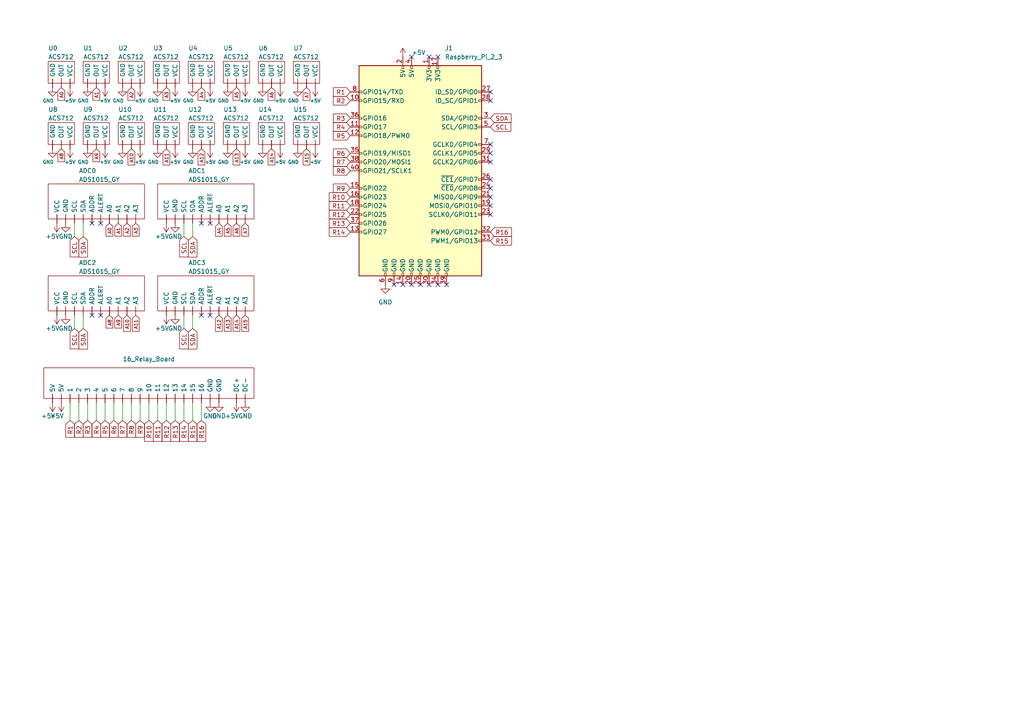
<source format=kicad_sch>
(kicad_sch (version 20211123) (generator eeschema)
  (paper "A4")
  (lib_symbols
    (symbol "Connector:Raspberry_Pi_2_3" (pin_names (offset 1.016))
      (property "Reference" "J" (at -17.78 31.75 0))
      (property "Value" "Raspberry_Pi_2_3" (at 10.16 -31.75 0))
      (symbol "Raspberry_Pi_2_3_0_1"
        (rectangle (start -17.78 30.48) (end 17.78 -30.48) (stroke (width 0.254)) (fill (type background)))
      )
      (symbol "Raspberry_Pi_2_3_1_1"
        (rectangle (start -16.891 -17.526) (end -17.78 -18.034))
        (rectangle (start -16.891 -14.986) (end -17.78 -15.494))
        (rectangle (start -16.891 -12.446) (end -17.78 -12.954))
        (rectangle (start -16.891 -9.906) (end -17.78 -10.414))
        (rectangle (start -16.891 -7.366) (end -17.78 -7.874))
        (rectangle (start -16.891 -4.826) (end -17.78 -5.334))
        (rectangle (start -16.891 0.254) (end -17.78 -0.254))
        (rectangle (start -16.891 2.794) (end -17.78 2.286))
        (rectangle (start -16.891 5.334) (end -17.78 4.826))
        (rectangle (start -16.891 10.414) (end -17.78 9.906))
        (rectangle (start -16.891 12.954) (end -17.78 12.446))
        (rectangle (start -16.891 15.494) (end -17.78 14.986))
        (rectangle (start -16.891 20.574) (end -17.78 20.066))
        (rectangle (start -16.891 23.114) (end -17.78 22.606))
        (rectangle (start -10.414 -29.591) (end -9.906 -30.48))
        (rectangle (start -7.874 -29.591) (end -7.366 -30.48))
        (rectangle (start -5.334 -29.591) (end -4.826 -30.48))
        (rectangle (start -5.334 30.48) (end -4.826 29.591))
        (rectangle (start -2.794 -29.591) (end -2.286 -30.48))
        (rectangle (start -2.794 30.48) (end -2.286 29.591))
        (rectangle (start -0.254 -29.591) (end 0.254 -30.48))
        (rectangle (start 2.286 -29.591) (end 2.794 -30.48))
        (rectangle (start 2.286 30.48) (end 2.794 29.591))
        (rectangle (start 4.826 -29.591) (end 5.334 -30.48))
        (rectangle (start 4.826 30.48) (end 5.334 29.591))
        (rectangle (start 7.366 -29.591) (end 7.874 -30.48))
        (rectangle (start 17.78 -20.066) (end 16.891 -20.574))
        (rectangle (start 17.78 -17.526) (end 16.891 -18.034))
        (rectangle (start 17.78 -12.446) (end 16.891 -12.954))
        (rectangle (start 17.78 -9.906) (end 16.891 -10.414))
        (rectangle (start 17.78 -7.366) (end 16.891 -7.874))
        (rectangle (start 17.78 -4.826) (end 16.891 -5.334))
        (rectangle (start 17.78 -2.286) (end 16.891 -2.794))
        (rectangle (start 17.78 2.794) (end 16.891 2.286))
        (rectangle (start 17.78 5.334) (end 16.891 4.826))
        (rectangle (start 17.78 7.874) (end 16.891 7.366))
        (rectangle (start 17.78 12.954) (end 16.891 12.446))
        (rectangle (start 17.78 15.494) (end 16.891 14.986))
        (rectangle (start 17.78 20.574) (end 16.891 20.066))
        (rectangle (start 17.78 23.114) (end 16.891 22.606))
        (pin power_in line (at 2.54 33.02 270) (length 2.54) (name "3V3") (number "1"))
        (pin bidirectional line (at -20.32 20.32 0) (length 2.54) (name "GPIO15/RXD") (number "10"))
        (pin bidirectional line (at -20.32 12.7 0) (length 2.54) (name "GPIO17") (number "11"))
        (pin bidirectional line (at -20.32 10.16 0) (length 2.54) (name "GPIO18/PWM0") (number "12"))
        (pin bidirectional line (at -20.32 -17.78 0) (length 2.54) (name "GPIO27") (number "13"))
        (pin power_in line (at -5.08 -33.02 90) (length 2.54) (name "GND") (number "14"))
        (pin bidirectional line (at -20.32 -5.08 0) (length 2.54) (name "GPIO22") (number "15"))
        (pin bidirectional line (at -20.32 -7.62 0) (length 2.54) (name "GPIO23") (number "16"))
        (pin power_in line (at 5.08 33.02 270) (length 2.54) (name "3V3") (number "17"))
        (pin bidirectional line (at -20.32 -10.16 0) (length 2.54) (name "GPIO24") (number "18"))
        (pin bidirectional line (at 20.32 -10.16 180) (length 2.54) (name "MOSI0/GPIO10") (number "19"))
        (pin power_in line (at -5.08 33.02 270) (length 2.54) (name "5V") (number "2"))
        (pin power_in line (at -2.54 -33.02 90) (length 2.54) (name "GND") (number "20"))
        (pin bidirectional line (at 20.32 -7.62 180) (length 2.54) (name "MISO0/GPIO9") (number "21"))
        (pin bidirectional line (at -20.32 -12.7 0) (length 2.54) (name "GPIO25") (number "22"))
        (pin bidirectional line (at 20.32 -12.7 180) (length 2.54) (name "SCLK0/GPIO11") (number "23"))
        (pin bidirectional line (at 20.32 -5.08 180) (length 2.54) (name "~{CE0}/GPIO8") (number "24"))
        (pin power_in line (at 0 -33.02 90) (length 2.54) (name "GND") (number "25"))
        (pin bidirectional line (at 20.32 -2.54 180) (length 2.54) (name "~{CE1}/GPIO7") (number "26"))
        (pin bidirectional line (at 20.32 22.86 180) (length 2.54) (name "ID_SD/GPIO0") (number "27"))
        (pin bidirectional line (at 20.32 20.32 180) (length 2.54) (name "ID_SC/GPIO1") (number "28"))
        (pin bidirectional line (at 20.32 5.08 180) (length 2.54) (name "GCLK1/GPIO5") (number "29"))
        (pin bidirectional line (at 20.32 15.24 180) (length 2.54) (name "SDA/GPIO2") (number "3"))
        (pin power_in line (at 2.54 -33.02 90) (length 2.54) (name "GND") (number "30"))
        (pin bidirectional line (at 20.32 2.54 180) (length 2.54) (name "GCLK2/GPIO6") (number "31"))
        (pin bidirectional line (at 20.32 -17.78 180) (length 2.54) (name "PWM0/GPIO12") (number "32"))
        (pin bidirectional line (at 20.32 -20.32 180) (length 2.54) (name "PWM1/GPIO13") (number "33"))
        (pin power_in line (at 5.08 -33.02 90) (length 2.54) (name "GND") (number "34"))
        (pin bidirectional line (at -20.32 5.08 0) (length 2.54) (name "GPIO19/MISO1") (number "35"))
        (pin bidirectional line (at -20.32 15.24 0) (length 2.54) (name "GPIO16") (number "36"))
        (pin bidirectional line (at -20.32 -15.24 0) (length 2.54) (name "GPIO26") (number "37"))
        (pin bidirectional line (at -20.32 2.54 0) (length 2.54) (name "GPIO20/MOSI1") (number "38"))
        (pin power_in line (at 7.62 -33.02 90) (length 2.54) (name "GND") (number "39"))
        (pin power_in line (at -2.54 33.02 270) (length 2.54) (name "5V") (number "4"))
        (pin bidirectional line (at -20.32 0 0) (length 2.54) (name "GPIO21/SCLK1") (number "40"))
        (pin bidirectional line (at 20.32 12.7 180) (length 2.54) (name "SCL/GPIO3") (number "5"))
        (pin power_in line (at -10.16 -33.02 90) (length 2.54) (name "GND") (number "6"))
        (pin bidirectional line (at 20.32 7.62 180) (length 2.54) (name "GCLK0/GPIO4") (number "7"))
        (pin bidirectional line (at -20.32 22.86 0) (length 2.54) (name "GPIO14/TXD") (number "8"))
        (pin power_in line (at -7.62 -33.02 90) (length 2.54) (name "GND") (number "9"))
      )
    )
    (symbol "Custom:16_Relay_Board"
      (property "Reference" "U" (at 0 5.08 0))
      (property "Value" "16_Relay_Board" (at -1.27 2.54 0))
      (symbol "16_Relay_Board_0_1"
        (rectangle (start -30.48 -5.08) (end 30.48 3.81))
      )
      (symbol "16_Relay_Board_1_1"
        (pin input line (at -22.86 -6.35 90) (length 2.54) (name "1") (number ""))
        (pin input line (at 0 -6.35 90) (length 2.54) (name "10") (number ""))
        (pin input line (at 2.54 -6.35 90) (length 2.54) (name "11") (number ""))
        (pin input line (at 5.08 -6.35 90) (length 2.54) (name "12") (number ""))
        (pin input line (at 7.62 -6.35 90) (length 2.54) (name "13") (number ""))
        (pin input line (at 10.16 -6.35 90) (length 2.54) (name "14") (number ""))
        (pin input line (at 12.7 -6.35 90) (length 2.54) (name "15") (number ""))
        (pin input line (at 15.24 -6.35 90) (length 2.54) (name "16") (number ""))
        (pin input line (at -20.32 -6.35 90) (length 2.54) (name "2") (number ""))
        (pin input line (at -17.78 -6.35 90) (length 2.54) (name "3") (number ""))
        (pin input line (at -15.24 -6.35 90) (length 2.54) (name "4") (number ""))
        (pin input line (at -12.7 -6.35 90) (length 2.54) (name "5") (number ""))
        (pin input line (at -27.94 -6.35 90) (length 2.54) (name "5V") (number ""))
        (pin input line (at -25.4 -6.35 90) (length 2.54) (name "5V") (number ""))
        (pin input line (at -10.16 -6.35 90) (length 2.54) (name "6") (number ""))
        (pin input line (at -7.62 -6.35 90) (length 2.54) (name "7") (number ""))
        (pin input line (at -5.08 -6.35 90) (length 2.54) (name "8") (number ""))
        (pin input line (at -2.54 -6.35 90) (length 2.54) (name "9") (number ""))
        (pin input line (at 25.4 -6.35 90) (length 2.54) (name "DC+") (number ""))
        (pin input line (at 27.94 -6.35 90) (length 2.54) (name "DC-") (number ""))
        (pin input line (at 17.78 -6.35 90) (length 2.54) (name "GND") (number ""))
        (pin input line (at 20.32 -6.35 90) (length 2.54) (name "GND") (number ""))
      )
    )
    (symbol "Custom:ACS712"
      (property "Reference" "U" (at 3.81 -3.81 0))
      (property "Value" "ACS712" (at -1.27 0 0))
      (symbol "ACS712_0_1"
        (rectangle (start -5.08 -7.62) (end 2.54 -1.27))
      )
      (symbol "ACS712_1_1"
        (pin input line (at -3.81 -8.89 90) (length 2.54) (name "GND") (number ""))
        (pin input line (at -1.27 -8.89 90) (length 2.54) (name "OUT") (number ""))
        (pin input line (at 1.27 -8.89 90) (length 2.54) (name "VCC") (number ""))
      )
    )
    (symbol "Custom:ADS1015_GY"
      (property "Reference" "ADC" (at 1.27 5.08 0))
      (property "Value" "ADS1015_GY" (at 1.27 2.54 0))
      (symbol "ADS1015_GY_0_1"
        (rectangle (start -12.7 -6.35) (end 15.24 3.81))
      )
      (symbol "ADS1015_GY_1_1"
        (pin input line (at 5.08 -7.62 90) (length 2.54) (name "A0") (number ""))
        (pin input line (at 7.62 -7.62 90) (length 2.54) (name "A1") (number ""))
        (pin input line (at 10.16 -7.62 90) (length 2.54) (name "A2") (number ""))
        (pin input line (at 12.7 -7.62 90) (length 2.54) (name "A3") (number ""))
        (pin input line (at 0 -7.62 90) (length 2.54) (name "ADDR") (number ""))
        (pin input line (at 2.54 -7.62 90) (length 2.54) (name "ALERT") (number ""))
        (pin input line (at -7.62 -7.62 90) (length 2.54) (name "GND") (number ""))
        (pin input line (at -5.08 -7.62 90) (length 2.54) (name "SCL") (number ""))
        (pin input line (at -2.54 -7.62 90) (length 2.54) (name "SDA") (number ""))
        (pin input line (at -10.16 -7.62 90) (length 2.54) (name "VCC") (number ""))
      )
    )
    (symbol "power:+5V" (power) (pin_names (offset 0))
      (property "Value" "+5V" (at 0 3.556 0))
      (symbol "+5V_0_1"
        (polyline (pts (xy -0.762 1.27) (xy 0 2.54)))
        (polyline (pts (xy 0 0) (xy 0 2.54)))
        (polyline (pts (xy 0 2.54) (xy 0.762 1.27)))
      )
      (symbol "+5V_1_1"
        (pin power_in line (at 0 0 90) (length 0) hide (name "+5V") (number "1"))
      )
    )
    (symbol "power:GND" (power) (pin_names (offset 0))
      (property "Value" "GND" (at 0 -3.81 0))
      (symbol "GND_0_1"
        (polyline (pts (xy 0 0) (xy 0 -1.27) (xy 1.27 -1.27) (xy 0 -2.54) (xy -1.27 -1.27) (xy 0 -1.27)))
      )
      (symbol "GND_1_1"
        (pin power_in line (at 0 0 270) (length 0) hide (name "GND") (number "1"))
      )
    )
  )
  (no_connect (at 142.24 59.69))
  (no_connect (at 142.24 54.61))
  (no_connect (at 29.21 91.44))
  (no_connect (at 114.3 82.55))
  (no_connect (at 26.67 91.44))
  (no_connect (at 142.24 44.45))
  (no_connect (at 142.24 46.99))
  (no_connect (at 142.24 41.91))
  (no_connect (at 60.96 91.44))
  (no_connect (at 58.42 64.77))
  (no_connect (at 121.92 82.55))
  (no_connect (at 142.24 57.15))
  (no_connect (at 119.38 16.51))
  (no_connect (at 124.46 82.55))
  (no_connect (at 119.38 82.55))
  (no_connect (at 142.24 26.67))
  (no_connect (at 142.24 52.07))
  (no_connect (at 129.54 82.55))
  (no_connect (at 58.42 91.44))
  (no_connect (at 142.24 62.23))
  (no_connect (at 29.21 64.77))
  (no_connect (at 26.67 64.77))
  (no_connect (at 127 82.55))
  (no_connect (at 142.24 29.21))
  (no_connect (at 116.84 82.55))
  (no_connect (at 60.96 64.77))
  (no_connect (at 127 16.51))
  (no_connect (at 124.46 16.51))
  (wire (pts (xy 55.88 68.58) (xy 55.88 64.77)))
  (wire (pts (xy 21.59 68.58) (xy 21.59 64.77)))
  (wire (pts (xy 22.86 121.92) (xy 22.86 116.84)))
  (wire (pts (xy 30.48 121.92) (xy 30.48 116.84)))
  (wire (pts (xy 58.42 121.92) (xy 58.42 116.84)))
  (wire (pts (xy 53.34 121.92) (xy 53.34 116.84)))
  (wire (pts (xy 50.8 121.92) (xy 50.8 116.84)))
  (wire (pts (xy 53.34 68.58) (xy 53.34 64.77)))
  (wire (pts (xy 35.56 121.92) (xy 35.56 116.84)))
  (wire (pts (xy 25.4 121.92) (xy 25.4 116.84)))
  (wire (pts (xy 45.72 121.92) (xy 45.72 116.84)))
  (wire (pts (xy 20.32 121.92) (xy 20.32 116.84)))
  (wire (pts (xy 27.94 121.92) (xy 27.94 116.84)))
  (wire (pts (xy 24.13 95.25) (xy 24.13 91.44)))
  (wire (pts (xy 55.88 95.25) (xy 55.88 91.44)))
  (wire (pts (xy 24.13 68.58) (xy 24.13 64.77)))
  (wire (pts (xy 38.1 121.92) (xy 38.1 116.84)))
  (wire (pts (xy 53.34 95.25) (xy 53.34 91.44)))
  (wire (pts (xy 21.59 95.25) (xy 21.59 91.44)))
  (wire (pts (xy 55.88 121.92) (xy 55.88 116.84)))
  (wire (pts (xy 48.26 121.92) (xy 48.26 116.84)))
  (wire (pts (xy 40.64 121.92) (xy 40.64 116.84)))
  (wire (pts (xy 43.18 121.92) (xy 43.18 116.84)))
  (wire (pts (xy 33.02 121.92) (xy 33.02 116.84)))
  (global_label "R15" (shape input) (at 55.88 121.92 270) (property "Intersheet References" "${INTERSHEET_REFS}" (effects hide)))
  (global_label "R12" (shape input) (at 101.6 62.23 180) (property "Intersheet References" "${INTERSHEET_REFS}" (effects hide)))
  (global_label "A0" (shape input) (at 17.78 25.4 270) (effects (font (size 1 1))) (property "Intersheet References" "${INTERSHEET_REFS}" (effects hide)))
  (global_label "R10" (shape input) (at 101.6 57.15 180) (property "Intersheet References" "${INTERSHEET_REFS}" (effects hide)))
  (global_label "A0" (shape input) (at 31.75 64.77 270) (effects (font (size 1 1))) (property "Intersheet References" "${INTERSHEET_REFS}" (effects hide)))
  (global_label "A13" (shape input) (at 68.58 43.18 270) (effects (font (size 1 1))) (property "Intersheet References" "${INTERSHEET_REFS}" (effects hide)))
  (global_label "SDA" (shape input) (at 24.13 95.25 270) (property "Intersheet References" "${INTERSHEET_REFS}" (effects hide)))
  (global_label "A2" (shape input) (at 36.83 64.77 270) (effects (font (size 1 1))) (property "Intersheet References" "${INTERSHEET_REFS}" (effects hide)))
  (global_label "A12" (shape input) (at 63.5 91.44 270) (effects (font (size 1 1))) (property "Intersheet References" "${INTERSHEET_REFS}" (effects hide)))
  (global_label "R16" (shape input) (at 142.24 67.31 0) (property "Intersheet References" "${INTERSHEET_REFS}" (effects hide)))
  (global_label "R6" (shape input) (at 33.02 121.92 270) (property "Intersheet References" "${INTERSHEET_REFS}" (effects hide)))
  (global_label "R9" (shape input) (at 40.64 121.92 270) (property "Intersheet References" "${INTERSHEET_REFS}" (effects hide)))
  (global_label "A3" (shape input) (at 39.37 64.77 270) (effects (font (size 1 1))) (property "Intersheet References" "${INTERSHEET_REFS}" (effects hide)))
  (global_label "R1" (shape input) (at 20.32 121.92 270) (property "Intersheet References" "${INTERSHEET_REFS}" (effects hide)))
  (global_label "R11" (shape input) (at 45.72 121.92 270) (property "Intersheet References" "${INTERSHEET_REFS}" (effects hide)))
  (global_label "A5" (shape input) (at 68.58 25.4 270) (effects (font (size 1 1))) (property "Intersheet References" "${INTERSHEET_REFS}" (effects hide)))
  (global_label "A8" (shape input) (at 31.75 91.44 270) (effects (font (size 1 1))) (property "Intersheet References" "${INTERSHEET_REFS}" (effects hide)))
  (global_label "R4" (shape input) (at 101.6 36.83 180) (property "Intersheet References" "${INTERSHEET_REFS}" (effects hide)))
  (global_label "A8" (shape input) (at 17.78 43.18 270) (effects (font (size 1 1))) (property "Intersheet References" "${INTERSHEET_REFS}" (effects hide)))
  (global_label "A6" (shape input) (at 78.74 25.4 270) (effects (font (size 1 1))) (property "Intersheet References" "${INTERSHEET_REFS}" (effects hide)))
  (global_label "SDA" (shape input) (at 55.88 95.25 270) (property "Intersheet References" "${INTERSHEET_REFS}" (effects hide)))
  (global_label "A7" (shape input) (at 71.12 64.77 270) (effects (font (size 1 1))) (property "Intersheet References" "${INTERSHEET_REFS}" (effects hide)))
  (global_label "A12" (shape input) (at 58.42 43.18 270) (effects (font (size 1 1))) (property "Intersheet References" "${INTERSHEET_REFS}" (effects hide)))
  (global_label "R8" (shape input) (at 38.1 121.92 270) (property "Intersheet References" "${INTERSHEET_REFS}" (effects hide)))
  (global_label "A10" (shape input) (at 38.1 43.18 270) (effects (font (size 1 1))) (property "Intersheet References" "${INTERSHEET_REFS}" (effects hide)))
  (global_label "A15" (shape input) (at 88.9 43.18 270) (effects (font (size 1 1))) (property "Intersheet References" "${INTERSHEET_REFS}" (effects hide)))
  (global_label "A4" (shape input) (at 63.5 64.77 270) (effects (font (size 1 1))) (property "Intersheet References" "${INTERSHEET_REFS}" (effects hide)))
  (global_label "R7" (shape input) (at 101.6 46.99 180) (property "Intersheet References" "${INTERSHEET_REFS}" (effects hide)))
  (global_label "R5" (shape input) (at 101.6 39.37 180) (property "Intersheet References" "${INTERSHEET_REFS}" (effects hide)))
  (global_label "A2" (shape input) (at 38.1 25.4 270) (effects (font (size 1 1))) (property "Intersheet References" "${INTERSHEET_REFS}" (effects hide)))
  (global_label "R11" (shape input) (at 101.6 59.69 180) (property "Intersheet References" "${INTERSHEET_REFS}" (effects hide)))
  (global_label "R16" (shape input) (at 58.42 121.92 270) (property "Intersheet References" "${INTERSHEET_REFS}" (effects hide)))
  (global_label "A1" (shape input) (at 34.29 64.77 270) (effects (font (size 1 1))) (property "Intersheet References" "${INTERSHEET_REFS}" (effects hide)))
  (global_label "A10" (shape input) (at 36.83 91.44 270) (effects (font (size 1 1))) (property "Intersheet References" "${INTERSHEET_REFS}" (effects hide)))
  (global_label "R15" (shape input) (at 142.24 69.85 0) (property "Intersheet References" "${INTERSHEET_REFS}" (effects hide)))
  (global_label "R8" (shape input) (at 101.6 49.53 180) (property "Intersheet References" "${INTERSHEET_REFS}" (effects hide)))
  (global_label "A15" (shape input) (at 71.12 91.44 270) (effects (font (size 1 1))) (property "Intersheet References" "${INTERSHEET_REFS}" (effects hide)))
  (global_label "R13" (shape input) (at 101.6 64.77 180) (property "Intersheet References" "${INTERSHEET_REFS}" (effects hide)))
  (global_label "R9" (shape input) (at 101.6 54.61 180) (property "Intersheet References" "${INTERSHEET_REFS}" (effects hide)))
  (global_label "A14" (shape input) (at 78.74 43.18 270) (effects (font (size 1 1))) (property "Intersheet References" "${INTERSHEET_REFS}" (effects hide)))
  (global_label "SDA" (shape input) (at 55.88 68.58 270) (property "Intersheet References" "${INTERSHEET_REFS}" (effects hide)))
  (global_label "R4" (shape input) (at 27.94 121.92 270) (property "Intersheet References" "${INTERSHEET_REFS}" (effects hide)))
  (global_label "SDA" (shape input) (at 24.13 68.58 270) (property "Intersheet References" "${INTERSHEET_REFS}" (effects hide)))
  (global_label "R14" (shape input) (at 101.6 67.31 180) (property "Intersheet References" "${INTERSHEET_REFS}" (effects hide)))
  (global_label "R13" (shape input) (at 50.8 121.92 270) (property "Intersheet References" "${INTERSHEET_REFS}" (effects hide)))
  (global_label "R12" (shape input) (at 48.26 121.92 270) (property "Intersheet References" "${INTERSHEET_REFS}" (effects hide)))
  (global_label "R3" (shape input) (at 101.6 34.29 180) (property "Intersheet References" "${INTERSHEET_REFS}" (effects hide)))
  (global_label "SCL" (shape input) (at 53.34 95.25 270) (property "Intersheet References" "${INTERSHEET_REFS}" (effects hide)))
  (global_label "SCL" (shape input) (at 142.24 36.83 0) (property "Intersheet References" "${INTERSHEET_REFS}" (effects hide)))
  (global_label "A13" (shape input) (at 66.04 91.44 270) (effects (font (size 1 1))) (property "Intersheet References" "${INTERSHEET_REFS}" (effects hide)))
  (global_label "R14" (shape input) (at 53.34 121.92 270) (property "Intersheet References" "${INTERSHEET_REFS}" (effects hide)))
  (global_label "SCL" (shape input) (at 53.34 68.58 270) (property "Intersheet References" "${INTERSHEET_REFS}" (effects hide)))
  (global_label "R2" (shape input) (at 101.6 29.21 180) (property "Intersheet References" "${INTERSHEET_REFS}" (effects hide)))
  (global_label "A14" (shape input) (at 68.58 91.44 270) (effects (font (size 1 1))) (property "Intersheet References" "${INTERSHEET_REFS}" (effects hide)))
  (global_label "A9" (shape input) (at 27.94 43.18 270) (effects (font (size 1 1))) (property "Intersheet References" "${INTERSHEET_REFS}" (effects hide)))
  (global_label "R5" (shape input) (at 30.48 121.92 270) (property "Intersheet References" "${INTERSHEET_REFS}" (effects hide)))
  (global_label "R1" (shape input) (at 101.6 26.67 180) (property "Intersheet References" "${INTERSHEET_REFS}" (effects hide)))
  (global_label "A4" (shape input) (at 58.42 25.4 270) (effects (font (size 1 1))) (property "Intersheet References" "${INTERSHEET_REFS}" (effects hide)))
  (global_label "SCL" (shape input) (at 21.59 95.25 270) (property "Intersheet References" "${INTERSHEET_REFS}" (effects hide)))
  (global_label "A7" (shape input) (at 88.9 25.4 270) (effects (font (size 1 1))) (property "Intersheet References" "${INTERSHEET_REFS}" (effects hide)))
  (global_label "A1" (shape input) (at 27.94 25.4 270) (effects (font (size 1 1))) (property "Intersheet References" "${INTERSHEET_REFS}" (effects hide)))
  (global_label "R6" (shape input) (at 101.6 44.45 180) (property "Intersheet References" "${INTERSHEET_REFS}" (effects hide)))
  (global_label "SDA" (shape input) (at 142.24 34.29 0) (property "Intersheet References" "${INTERSHEET_REFS}" (effects hide)))
  (global_label "A11" (shape input) (at 48.26 43.18 270) (effects (font (size 1 1))) (property "Intersheet References" "${INTERSHEET_REFS}" (effects hide)))
  (global_label "A9" (shape input) (at 34.29 91.44 270) (effects (font (size 1 1))) (property "Intersheet References" "${INTERSHEET_REFS}" (effects hide)))
  (global_label "A3" (shape input) (at 48.26 25.4 270) (effects (font (size 1 1))) (property "Intersheet References" "${INTERSHEET_REFS}" (effects hide)))
  (global_label "R10" (shape input) (at 43.18 121.92 270) (property "Intersheet References" "${INTERSHEET_REFS}" (effects hide)))
  (global_label "R7" (shape input) (at 35.56 121.92 270) (property "Intersheet References" "${INTERSHEET_REFS}" (effects hide)))
  (global_label "R3" (shape input) (at 25.4 121.92 270) (property "Intersheet References" "${INTERSHEET_REFS}" (effects hide)))
  (global_label "SCL" (shape input) (at 21.59 68.58 270) (property "Intersheet References" "${INTERSHEET_REFS}" (effects hide)))
  (global_label "R2" (shape input) (at 22.86 121.92 270) (property "Intersheet References" "${INTERSHEET_REFS}" (effects hide)))
  (global_label "A11" (shape input) (at 39.37 91.44 270) (effects (font (size 1 1))) (property "Intersheet References" "${INTERSHEET_REFS}" (effects hide)))
  (global_label "A6" (shape input) (at 68.58 64.77 270) (effects (font (size 1 1))) (property "Intersheet References" "${INTERSHEET_REFS}" (effects hide)))
  (global_label "A5" (shape input) (at 66.04 64.77 270) (effects (font (size 1 1))) (property "Intersheet References" "${INTERSHEET_REFS}" (effects hide)))
  (symbol (lib_id "power:GND") (at 111.76 82.55 0) (unit 1)
    (property "Reference" "#PWR0123" (effects hide))
    (property "Value" "GND" (at 111.76 87.63 0))
  )
  (symbol (lib_id "power:GND") (at 45.72 25.4 0) (unit 1)
    (property "Reference" "#PWR0136" (effects hide))
    (property "Value" "GND" (at 44.45 29.21 0) (effects (font (size 1 1))))
  )
  (symbol (lib_id "power:GND") (at 19.05 91.44 0) (unit 1)
    (property "Reference" "#PWR0142" (effects hide))
    (property "Value" "GND" (at 19.05 95.25 0))
  )
  (symbol (lib_id "Custom:ACS712") (at 19.05 16.51 0) (unit 1)
    (property "Reference" "U0" (at 13.97 13.97 0) (effects (justify left)))
    (property "Value" "ACS712" (at 13.97 16.51 0) (effects (justify left)))
    (property "Footprint" "Custom:ACS712" (effects hide))
  )
  (symbol (lib_id "Custom:ACS712") (at 59.69 16.51 0) (unit 1)
    (property "Reference" "U4" (at 54.61 13.97 0) (effects (justify left)))
    (property "Value" "ACS712" (at 54.61 16.51 0) (effects (justify left)))
    (property "Footprint" "Custom:ACS712" (effects hide))
  )
  (symbol (lib_id "power:GND") (at 35.56 25.4 0) (unit 1)
    (property "Reference" "#PWR0137" (effects hide))
    (property "Value" "GND" (at 34.29 29.21 0) (effects (font (size 1 1))))
  )
  (symbol (lib_id "Custom:16_Relay_Board") (at 43.18 110.49 0) (unit 1)
    (property "Reference" "RELAY0" (effects hide))
    (property "Value" "16_Relay_Board" (at 43.18 104.14 0))
    (property "Footprint" "Custom:16 Relay Board" (effects hide))
  )
  (symbol (lib_id "power:+5V") (at 20.32 25.4 180) (unit 1)
    (property "Reference" "#PWR0126" (effects hide))
    (property "Value" "+5V" (at 20.32 29.21 0) (effects (font (size 1 1))))
  )
  (symbol (lib_id "power:+5V") (at 60.96 43.18 180) (unit 1)
    (property "Reference" "#PWR0109" (effects hide))
    (property "Value" "+5V" (at 60.96 46.99 0) (effects (font (size 1 1))))
  )
  (symbol (lib_id "Custom:ACS712") (at 39.37 16.51 0) (unit 1)
    (property "Reference" "U2" (at 34.29 13.97 0) (effects (justify left)))
    (property "Value" "ACS712" (at 34.29 16.51 0) (effects (justify left)))
    (property "Footprint" "Custom:ACS712" (effects hide))
  )
  (symbol (lib_id "power:+5V") (at 81.28 43.18 180) (unit 1)
    (property "Reference" "#PWR0114" (effects hide))
    (property "Value" "+5V" (at 81.28 46.99 0) (effects (font (size 1 1))))
  )
  (symbol (lib_id "power:GND") (at 71.12 116.84 0) (unit 1)
    (property "Reference" "#PWR0147" (effects hide))
    (property "Value" "GND" (at 71.12 120.65 0))
  )
  (symbol (lib_id "power:GND") (at 66.04 43.18 0) (unit 1)
    (property "Reference" "#PWR0111" (effects hide))
    (property "Value" "GND" (at 64.77 46.99 0) (effects (font (size 1 1))))
  )
  (symbol (lib_id "Custom:ACS712") (at 80.01 16.51 0) (unit 1)
    (property "Reference" "U6" (at 74.93 13.97 0) (effects (justify left)))
    (property "Value" "ACS712" (at 74.93 16.51 0) (effects (justify left)))
    (property "Footprint" "Custom:ACS712" (effects hide))
  )
  (symbol (lib_id "power:+5V") (at 91.44 25.4 180) (unit 1)
    (property "Reference" "#PWR0120" (effects hide))
    (property "Value" "+5V" (at 91.44 29.21 0) (effects (font (size 1 1))))
  )
  (symbol (lib_id "Custom:ACS712") (at 29.21 16.51 0) (unit 1)
    (property "Reference" "U1" (at 24.13 13.97 0) (effects (justify left)))
    (property "Value" "ACS712" (at 24.13 16.51 0) (effects (justify left)))
    (property "Footprint" "Custom:ACS712" (effects hide))
  )
  (symbol (lib_id "power:GND") (at 25.4 43.18 0) (unit 1)
    (property "Reference" "#PWR0131" (effects hide))
    (property "Value" "GND" (at 24.13 46.99 0) (effects (font (size 1 1))))
  )
  (symbol (lib_id "power:+5V") (at 20.32 43.18 180) (unit 1)
    (property "Reference" "#PWR0129" (effects hide))
    (property "Value" "+5V" (at 20.32 46.99 0) (effects (font (size 1 1))))
  )
  (symbol (lib_id "power:GND") (at 25.4 25.4 0) (unit 1)
    (property "Reference" "#PWR0128" (effects hide))
    (property "Value" "GND" (at 24.13 29.21 0) (effects (font (size 1 1))))
  )
  (symbol (lib_id "Custom:ACS712") (at 69.85 16.51 0) (unit 1)
    (property "Reference" "U5" (at 64.77 13.97 0) (effects (justify left)))
    (property "Value" "ACS712" (at 64.77 16.51 0) (effects (justify left)))
    (property "Footprint" "Custom:ACS712" (effects hide))
  )
  (symbol (lib_id "power:GND") (at 60.96 116.84 0) (unit 1)
    (property "Reference" "#PWR0146" (effects hide))
    (property "Value" "GND" (at 60.96 120.65 0))
  )
  (symbol (lib_id "power:+5V") (at 48.26 91.44 180) (unit 1)
    (property "Reference" "#PWR0139" (effects hide))
    (property "Value" "+5V" (at 46.99 95.25 0))
  )
  (symbol (lib_id "Custom:ACS712") (at 49.53 16.51 0) (unit 1)
    (property "Reference" "U3" (at 44.45 13.97 0) (effects (justify left)))
    (property "Value" "ACS712" (at 44.45 16.51 0) (effects (justify left)))
    (property "Footprint" "Custom:ACS712" (effects hide))
  )
  (symbol (lib_id "power:+5V") (at 16.51 91.44 180) (unit 1)
    (property "Reference" "#PWR0141" (effects hide))
    (property "Value" "+5V" (at 15.24 95.25 0))
  )
  (symbol (lib_id "power:GND") (at 55.88 43.18 0) (unit 1)
    (property "Reference" "#PWR0110" (effects hide))
    (property "Value" "GND" (at 54.61 46.99 0) (effects (font (size 1 1))))
  )
  (symbol (lib_id "power:+5V") (at 16.51 64.77 180) (unit 1)
    (property "Reference" "#PWR0102" (effects hide))
    (property "Value" "+5V" (at 15.24 68.58 0))
  )
  (symbol (lib_id "power:+5V") (at 71.12 43.18 180) (unit 1)
    (property "Reference" "#PWR0108" (effects hide))
    (property "Value" "+5V" (at 71.12 46.99 0) (effects (font (size 1 1))))
  )
  (symbol (lib_id "power:+5V") (at 50.8 43.18 180) (unit 1)
    (property "Reference" "#PWR0112" (effects hide))
    (property "Value" "+5V" (at 50.8 46.99 0) (effects (font (size 1 1))))
  )
  (symbol (lib_id "power:+5V") (at 68.58 116.84 180) (unit 1)
    (property "Reference" "#PWR0148" (effects hide))
    (property "Value" "+5V" (at 67.31 120.65 0))
  )
  (symbol (lib_id "power:+5V") (at 30.48 25.4 180) (unit 1)
    (property "Reference" "#PWR0125" (effects hide))
    (property "Value" "+5V" (at 30.48 29.21 0) (effects (font (size 1 1))))
  )
  (symbol (lib_id "power:+5V") (at 48.26 64.77 180) (unit 1)
    (property "Reference" "#PWR0104" (effects hide))
    (property "Value" "+5V" (at 46.99 68.58 0))
  )
  (symbol (lib_id "Custom:ACS712") (at 49.53 34.29 0) (unit 1)
    (property "Reference" "U11" (at 44.45 31.75 0) (effects (justify left)))
    (property "Value" "ACS712" (at 44.45 34.29 0) (effects (justify left)))
    (property "Footprint" "Custom:ACS712" (effects hide))
  )
  (symbol (lib_id "power:GND") (at 76.2 43.18 0) (unit 1)
    (property "Reference" "#PWR0115" (effects hide))
    (property "Value" "GND" (at 74.93 46.99 0) (effects (font (size 1 1))))
  )
  (symbol (lib_id "power:GND") (at 86.36 43.18 0) (unit 1)
    (property "Reference" "#PWR0116" (effects hide))
    (property "Value" "GND" (at 85.09 46.99 0) (effects (font (size 1 1))))
  )
  (symbol (lib_id "Custom:ACS712") (at 80.01 34.29 0) (unit 1)
    (property "Reference" "U14" (at 74.93 31.75 0) (effects (justify left)))
    (property "Value" "ACS712" (at 74.93 34.29 0) (effects (justify left)))
    (property "Footprint" "Custom:ACS712" (effects hide))
  )
  (symbol (lib_id "power:GND") (at 19.05 64.77 0) (unit 1)
    (property "Reference" "#PWR0101" (effects hide))
    (property "Value" "GND" (at 19.05 68.58 0))
  )
  (symbol (lib_id "power:GND") (at 66.04 25.4 0) (unit 1)
    (property "Reference" "#PWR0107" (effects hide))
    (property "Value" "GND" (at 64.77 29.21 0) (effects (font (size 1 1))))
  )
  (symbol (lib_id "power:+5V") (at 71.12 25.4 180) (unit 1)
    (property "Reference" "#PWR0105" (effects hide))
    (property "Value" "+5V" (at 71.12 29.21 0) (effects (font (size 1 1))))
  )
  (symbol (lib_id "power:+5V") (at 116.84 16.51 0) (unit 1)
    (property "Reference" "#PWR0124" (effects hide))
    (property "Value" "+5V" (at 119.38 15.2399 0) (effects (justify left)))
  )
  (symbol (lib_id "power:GND") (at 35.56 43.18 0) (unit 1)
    (property "Reference" "#PWR0135" (effects hide))
    (property "Value" "GND" (at 34.29 46.99 0) (effects (font (size 1 1))))
  )
  (symbol (lib_id "Custom:ACS712") (at 39.37 34.29 0) (unit 1)
    (property "Reference" "U10" (at 34.29 31.75 0) (effects (justify left)))
    (property "Value" "ACS712" (at 34.29 34.29 0) (effects (justify left)))
    (property "Footprint" "Custom:ACS712" (effects hide))
  )
  (symbol (lib_id "power:GND") (at 63.5 116.84 0) (unit 1)
    (property "Reference" "#PWR0145" (effects hide))
    (property "Value" "GND" (at 63.5 120.65 0))
  )
  (symbol (lib_id "power:GND") (at 15.24 25.4 0) (unit 1)
    (property "Reference" "#PWR0127" (effects hide))
    (property "Value" "GND" (at 13.97 29.21 0) (effects (font (size 1 1))))
  )
  (symbol (lib_id "Custom:ACS712") (at 69.85 34.29 0) (unit 1)
    (property "Reference" "U13" (at 64.77 31.75 0) (effects (justify left)))
    (property "Value" "ACS712" (at 64.77 34.29 0) (effects (justify left)))
    (property "Footprint" "Custom:ACS712" (effects hide))
  )
  (symbol (lib_id "power:+5V") (at 17.78 116.84 180) (unit 1)
    (property "Reference" "#PWR0143" (effects hide))
    (property "Value" "+5V" (at 16.51 120.65 0))
  )
  (symbol (lib_id "Custom:ACS712") (at 90.17 16.51 0) (unit 1)
    (property "Reference" "U7" (at 85.09 13.97 0) (effects (justify left)))
    (property "Value" "ACS712" (at 85.09 16.51 0) (effects (justify left)))
    (property "Footprint" "Custom:ACS712" (effects hide))
  )
  (symbol (lib_id "Custom:ADS1015_GY") (at 26.67 57.15 0) (unit 1)
    (property "Reference" "ADC0" (at 22.86 49.53 0) (effects (justify left)))
    (property "Value" "ADS1015_GY" (at 22.86 52.07 0) (effects (justify left)))
    (property "Footprint" "Custom:ADS1015 GY" (effects hide))
  )
  (symbol (lib_id "power:GND") (at 45.72 43.18 0) (unit 1)
    (property "Reference" "#PWR0134" (effects hide))
    (property "Value" "GND" (at 44.45 46.99 0) (effects (font (size 1 1))))
  )
  (symbol (lib_id "power:+5V") (at 60.96 25.4 180) (unit 1)
    (property "Reference" "#PWR0106" (effects hide))
    (property "Value" "+5V" (at 60.96 29.21 0) (effects (font (size 1 1))))
  )
  (symbol (lib_id "power:GND") (at 76.2 25.4 0) (unit 1)
    (property "Reference" "#PWR0117" (effects hide))
    (property "Value" "GND" (at 74.93 29.21 0) (effects (font (size 1 1))))
  )
  (symbol (lib_id "Custom:ADS1015_GY") (at 58.42 83.82 0) (unit 1)
    (property "Reference" "ADC3" (at 54.61 76.2 0) (effects (justify left)))
    (property "Value" "ADS1015_GY" (at 54.61 78.74 0) (effects (justify left)))
    (property "Footprint" "Custom:ADS1015 GY" (effects hide))
  )
  (symbol (lib_id "Custom:ACS712") (at 90.17 34.29 0) (unit 1)
    (property "Reference" "U15" (at 85.09 31.75 0) (effects (justify left)))
    (property "Value" "ACS712" (at 85.09 34.29 0) (effects (justify left)))
    (property "Footprint" "Custom:ACS712" (effects hide))
  )
  (symbol (lib_id "power:+5V") (at 91.44 43.18 180) (unit 1)
    (property "Reference" "#PWR0113" (effects hide))
    (property "Value" "+5V" (at 91.44 46.99 0) (effects (font (size 1 1))))
  )
  (symbol (lib_id "power:+5V") (at 81.28 25.4 180) (unit 1)
    (property "Reference" "#PWR0119" (effects hide))
    (property "Value" "+5V" (at 81.28 29.21 0) (effects (font (size 1 1))))
  )
  (symbol (lib_id "power:+5V") (at 30.48 43.18 180) (unit 1)
    (property "Reference" "#PWR0130" (effects hide))
    (property "Value" "+5V" (at 30.48 46.99 0) (effects (font (size 1 1))))
  )
  (symbol (lib_id "Connector:Raspberry_Pi_2_3") (at 121.92 49.53 0) (unit 1)
    (property "Reference" "J1" (at 129.0194 13.97 0) (effects (justify left)))
    (property "Value" "Raspberry_Pi_2_3" (at 129.0194 16.51 0) (effects (justify left)))
    (property "Footprint" "Module:Raspberry_Pi_Zero_Socketed_THT_FaceDown_MountingHoles" (effects hide))
    (property "Datasheet" "https://www.raspberrypi.org/documentation/hardware/raspberrypi/schematics/rpi_SCH_3bplus_1p0_reduced.pdf" (effects hide))
  )
  (symbol (lib_id "Custom:ACS712") (at 19.05 34.29 0) (unit 1)
    (property "Reference" "U8" (at 13.97 31.75 0) (effects (justify left)))
    (property "Value" "ACS712" (at 13.97 34.29 0) (effects (justify left)))
    (property "Footprint" "Custom:ACS712" (effects hide))
  )
  (symbol (lib_id "power:GND") (at 15.24 43.18 0) (unit 1)
    (property "Reference" "#PWR0132" (effects hide))
    (property "Value" "GND" (at 13.97 46.99 0) (effects (font (size 1 1))))
  )
  (symbol (lib_id "Custom:ACS712") (at 59.69 34.29 0) (unit 1)
    (property "Reference" "U12" (at 54.61 31.75 0) (effects (justify left)))
    (property "Value" "ACS712" (at 54.61 34.29 0) (effects (justify left)))
    (property "Footprint" "Custom:ACS712" (effects hide))
  )
  (symbol (lib_id "power:+5V") (at 40.64 43.18 180) (unit 1)
    (property "Reference" "#PWR0133" (effects hide))
    (property "Value" "+5V" (at 40.64 46.99 0) (effects (font (size 1 1))))
  )
  (symbol (lib_id "Custom:ACS712") (at 29.21 34.29 0) (unit 1)
    (property "Reference" "U9" (at 24.13 31.75 0) (effects (justify left)))
    (property "Value" "ACS712" (at 24.13 34.29 0) (effects (justify left)))
    (property "Footprint" "Custom:ACS712" (effects hide))
  )
  (symbol (lib_id "power:GND") (at 50.8 91.44 0) (unit 1)
    (property "Reference" "#PWR0140" (effects hide))
    (property "Value" "GND" (at 50.8 95.25 0))
  )
  (symbol (lib_id "power:GND") (at 55.88 25.4 0) (unit 1)
    (property "Reference" "#PWR0122" (effects hide))
    (property "Value" "GND" (at 54.61 29.21 0) (effects (font (size 1 1))))
  )
  (symbol (lib_id "power:+5V") (at 50.8 25.4 180) (unit 1)
    (property "Reference" "#PWR0121" (effects hide))
    (property "Value" "+5V" (at 50.8 29.21 0) (effects (font (size 1 1))))
  )
  (symbol (lib_id "Custom:ADS1015_GY") (at 58.42 57.15 0) (unit 1)
    (property "Reference" "ADC1" (at 54.61 49.53 0) (effects (justify left)))
    (property "Value" "ADS1015_GY" (at 54.61 52.07 0) (effects (justify left)))
    (property "Footprint" "Custom:ADS1015 GY" (effects hide))
  )
  (symbol (lib_id "power:+5V") (at 40.64 25.4 180) (unit 1)
    (property "Reference" "#PWR0138" (effects hide))
    (property "Value" "+5V" (at 40.64 29.21 0) (effects (font (size 1 1))))
  )
  (symbol (lib_id "Custom:ADS1015_GY") (at 26.67 83.82 0) (unit 1)
    (property "Reference" "ADC2" (at 22.86 76.2 0) (effects (justify left)))
    (property "Value" "ADS1015_GY" (at 22.86 78.74 0) (effects (justify left)))
    (property "Footprint" "Custom:ADS1015 GY" (effects hide))
  )
  (symbol (lib_id "power:GND") (at 50.8 64.77 0) (unit 1)
    (property "Reference" "#PWR0103" (effects hide))
    (property "Value" "GND" (at 50.8 68.58 0))
  )
  (symbol (lib_id "power:+5V") (at 15.24 116.84 180) (unit 1)
    (property "Reference" "#PWR0144" (effects hide))
    (property "Value" "+5V" (at 13.97 120.65 0))
  )
  (symbol (lib_id "power:GND") (at 86.36 25.4 0) (unit 1)
    (property "Reference" "#PWR0118" (effects hide))
    (property "Value" "GND" (at 85.09 29.21 0) (effects (font (size 1 1))))
  )
)
</source>
